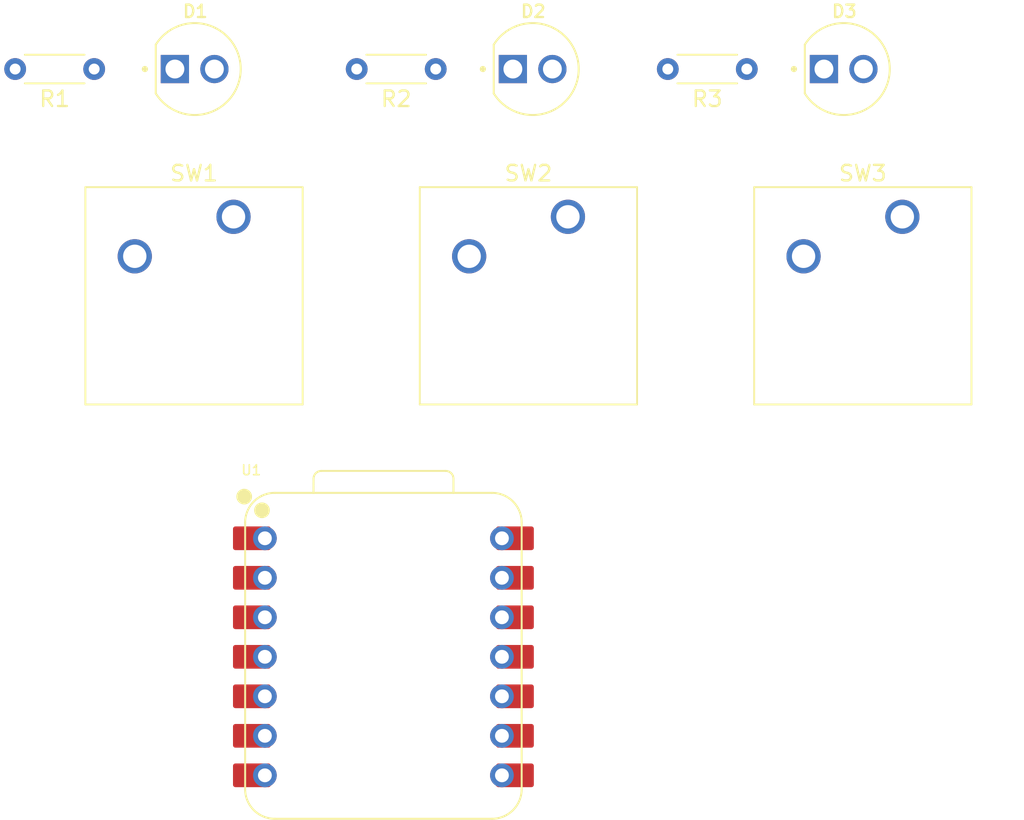
<source format=kicad_pcb>
(kicad_pcb (version 20241229) (generator "pcbnew") (generator_version "9.0")
  (layers (0 "F.Cu" signal) (2 "B.Cu" signal) (13 "F.Paste" user) (15 "B.Paste" user) (5 "F.SilkS" user "F.Silkscreen") (7 "B.SilkS" user "B.Silkscreen") (1 "F.Mask" user) (3 "B.Mask" user) (25 "Edge.Cuts" user))
  (net 0 "")
  (net 1 "Net-(D1-PadA)")
  (net 3 "Net-(D2-PadA)")
  (net 6 "Net-(D3-PadA)")
  (net 7 "LED1")
  (net 8 "LED2")
  (net 9 "LED3")
  (net 10 "button1")
  (net 11 "GND")
  (net 12 "button2")
  (net 13 "button3")
  (footprint "Button_Switch_Keyboard:SW_Cherry_MX_1.00u_PCB" (layer "F.Cu") (at 154.5 40.5)
    (property "Reference" "SW2" (at -2.54 -2.794 0) (layer "F.SilkS"))
    (property "Value" "SW_Push")
    (fp_line (start -9.525 -1.905) (end 4.445 -1.905) (stroke (width 0.12)) (layer "F.SilkS"))
    (fp_line (start -9.525 12.065) (end -9.525 -1.905) (stroke (width 0.12)) (layer "F.SilkS"))
    (fp_line (start 4.445 -1.905) (end 4.445 12.065) (stroke (width 0.12)) (layer "F.SilkS"))
    (fp_line (start 4.445 12.065) (end -9.525 12.065) (stroke (width 0.12)) (layer "F.SilkS"))
    (pad "" np_thru_hole circle (at -7.62 5.08) (size 1.7 1.7) (drill 1.7) (layers "*.Cu" "*.Mask"))
    (pad "" np_thru_hole circle (at -2.54 5.08) (size 4 4) (drill 4) (layers "*.Cu" "*.Mask"))
    (pad "" np_thru_hole circle (at 2.54 5.08) (size 1.7 1.7) (drill 1.7) (layers "*.Cu" "*.Mask"))
    (pad "1" thru_hole circle (at 0 0) (size 2.2 2.2) (drill 1.5) (layers "*.Cu" "*.Mask") (net 12 "button2"))
    (pad "2" thru_hole circle (at -6.35 2.54) (size 2.2 2.2) (drill 1.5) (layers "*.Cu" "*.Mask") (net 11 "GND"))
  )
  (footprint "Symbols:LEDRD254W57D500H1070" (layer "F.Cu") (at 130.5 31)
    (property "Reference" "D1" (at 0.04 -3.708 0) (layer "F.SilkS") (effects (font (size 0.8 0.8))))
    (property "Value" "L08R5000Q1")
    (fp_line (start -2.5 -1.566) (end -2.5 1.566) (stroke (width 0.127)) (layer "F.SilkS"))
    (fp_arc (start -2.5 -1.566) (mid 2.961291 0) (end -2.5 1.566) (stroke (width 0.127)) (layer "F.SilkS"))
    (fp_circle (center -3.2 0) (end -3.1 0) (stroke (width 0.2)) (fill no) (layer "F.SilkS"))
    (pad "A" thru_hole circle (at 1.27 0) (size 1.815 1.815) (drill 1.21) (layers "*.Cu" "*.Mask") (net 1 "Net-(D1-PadA)"))
    (pad "C" thru_hole rect (at -1.27 0) (size 1.815 1.815) (drill 1.21) (layers "*.Cu" "*.Mask"))
  )
  (footprint "Symbols:LEDRD254W57D500H1070" (layer "F.Cu") (at 172.23 31)
    (property "Reference" "D3" (at 0.04 -3.708 0) (layer "F.SilkS") (effects (font (size 0.8 0.8))))
    (property "Value" "L08R5000Q1")
    (fp_line (start -2.5 -1.566) (end -2.5 1.566) (stroke (width 0.127)) (layer "F.SilkS"))
    (fp_arc (start -2.5 -1.566) (mid 2.961291 0) (end -2.5 1.566) (stroke (width 0.127)) (layer "F.SilkS"))
    (fp_circle (center -3.2 0) (end -3.1 0) (stroke (width 0.2)) (fill no) (layer "F.SilkS"))
    (pad "A" thru_hole circle (at 1.27 0) (size 1.815 1.815) (drill 1.21) (layers "*.Cu" "*.Mask") (net 6 "Net-(D3-PadA)"))
    (pad "C" thru_hole rect (at -1.27 0) (size 1.815 1.815) (drill 1.21) (layers "*.Cu" "*.Mask"))
  )
  (footprint "Symbols:XIAO-RP2040-DIP" (layer "F.Cu") (at 142.636 68.7895)
    (property "Reference" "U1" (at -8.5 -12 0) (layer "F.SilkS") (effects (font (size 0.635 0.635) (thickness 0.1016))))
    (property "Value" "XIAO-RP2040-DIP")
    (fp_line (start -8.89 8.509) (end -8.89 -8.636) (stroke (width 0.127)) (layer "F.SilkS"))
    (fp_line (start -6.985 10.414) (end 6.985 10.414) (stroke (width 0.127)) (layer "F.SilkS"))
    (fp_line (start -4.495 -10.541) (end -4.491272 -11.451272) (stroke (width 0.127)) (layer "F.SilkS"))
    (fp_line (start -3.991272 -11.951) (end 4.004 -11.951) (stroke (width 0.127)) (layer "F.SilkS"))
    (fp_line (start 4.504 -11.451) (end 4.504 -10.541) (stroke (width 0.127)) (layer "F.SilkS"))
    (fp_line (start 6.985 -10.541) (end -6.985 -10.541) (stroke (width 0.1)) (layer "F.SilkS"))
    (fp_line (start 6.985 -10.541) (end -6.985 -10.541) (stroke (width 0.127)) (layer "F.SilkS"))
    (fp_line (start 8.89 8.509) (end 8.89 -8.636) (stroke (width 0.127)) (layer "F.SilkS"))
    (fp_arc (start -8.89 -8.636) (mid -8.332038 -9.983038) (end -6.985 -10.541) (stroke (width 0.127)) (layer "F.SilkS"))
    (fp_arc (start -6.985 10.414) (mid -8.332038 9.856038) (end -8.89 8.509) (stroke (width 0.127)) (layer "F.SilkS"))
    (fp_arc (start -4.491272 -11.451272) (mid -4.344728 -11.80464) (end -3.991272 -11.951) (stroke (width 0.127)) (layer "F.SilkS"))
    (fp_arc (start 4.004 -11.951) (mid 4.357553 -11.804553) (end 4.504 -11.451) (stroke (width 0.127)) (layer "F.SilkS"))
    (fp_arc (start 6.985 -10.541) (mid 8.332038 -9.983038) (end 8.89 -8.636) (stroke (width 0.127)) (layer "F.SilkS"))
    (fp_arc (start 8.89 8.509) (mid 8.332038 9.856038) (end 6.985 10.414) (stroke (width 0.127)) (layer "F.SilkS"))
    (fp_circle (center -8.95 -10.3) (end -8.95 -10.554) (stroke (width 0.5)) (fill yes) (layer "F.SilkS"))
    (fp_circle (center -7.807 -9.42) (end -7.807 -9.674) (stroke (width 0.5)) (fill yes) (layer "F.SilkS"))
    (pad "1" smd roundrect (at -8.455 -7.62 180) (size 2.432 1.524) (layers "F.Cu" "F.Mask") (roundrect_rratio 0.1) (net 10 "button1"))
    (pad "1" thru_hole circle (at -7.62 -7.62 180) (size 1.524 1.524) (drill 0.889) (layers "*.Cu" "*.Mask") (net 10 "button1"))
    (pad "2" smd roundrect (at -8.455 -5.08 180) (size 2.432 1.524) (layers "F.Cu" "F.Mask") (roundrect_rratio 0.1) (net 12 "button2"))
    (pad "2" thru_hole circle (at -7.62 -5.08 180) (size 1.524 1.524) (drill 0.889) (layers "*.Cu" "*.Mask") (net 12 "button2"))
    (pad "3" smd roundrect (at -8.455 -2.54 180) (size 2.432 1.524) (layers "F.Cu" "F.Mask") (roundrect_rratio 0.1) (net 13 "button3"))
    (pad "3" thru_hole circle (at -7.62 -2.54 180) (size 1.524 1.524) (drill 0.889) (layers "*.Cu" "*.Mask") (net 13 "button3"))
    (pad "4" smd roundrect (at -8.455 0 180) (size 2.432 1.524) (layers "F.Cu" "F.Mask") (roundrect_rratio 0.1) (net 7 "LED1"))
    (pad "4" thru_hole circle (at -7.62 0 180) (size 1.524 1.524) (drill 0.889) (layers "*.Cu" "*.Mask") (net 7 "LED1"))
    (pad "5" smd roundrect (at -8.455 2.54 180) (size 2.432 1.524) (layers "F.Cu" "F.Mask") (roundrect_rratio 0.1) (net 8 "LED2"))
    (pad "5" thru_hole circle (at -7.62 2.54 180) (size 1.524 1.524) (drill 0.889) (layers "*.Cu" "*.Mask") (net 8 "LED2"))
    (pad "6" smd roundrect (at -8.455 5.08 180) (size 2.432 1.524) (layers "F.Cu" "F.Mask") (roundrect_rratio 0.1) (net 9 "LED3"))
    (pad "6" thru_hole circle (at -7.62 5.08 180) (size 1.524 1.524) (drill 0.889) (layers "*.Cu" "*.Mask") (net 9 "LED3"))
    (pad "7" smd roundrect (at -8.455 7.62 180) (size 2.432 1.524) (layers "F.Cu" "F.Mask") (roundrect_rratio 0.1))
    (pad "7" thru_hole circle (at -7.62 7.62 180) (size 1.524 1.524) (drill 0.889) (layers "*.Cu" "*.Mask"))
    (pad "8" thru_hole circle (at 7.62 7.62) (size 1.524 1.524) (drill 0.889) (layers "*.Cu" "*.Mask"))
    (pad "8" smd roundrect (at 8.455 7.62) (size 2.432 1.524) (layers "F.Cu" "F.Mask") (roundrect_rratio 0.1))
    (pad "9" thru_hole circle (at 7.62 5.08) (size 1.524 1.524) (drill 0.889) (layers "*.Cu" "*.Mask"))
    (pad "9" smd roundrect (at 8.455 5.08) (size 2.432 1.524) (layers "F.Cu" "F.Mask") (roundrect_rratio 0.1))
    (pad "10" thru_hole circle (at 7.62 2.54) (size 1.524 1.524) (drill 0.889) (layers "*.Cu" "*.Mask"))
    (pad "10" smd roundrect (at 8.455 2.54) (size 2.432 1.524) (layers "F.Cu" "F.Mask") (roundrect_rratio 0.1))
    (pad "11" thru_hole circle (at 7.62 0) (size 1.524 1.524) (drill 0.889) (layers "*.Cu" "*.Mask"))
    (pad "11" smd roundrect (at 8.455 0) (size 2.432 1.524) (layers "F.Cu" "F.Mask") (roundrect_rratio 0.1))
    (pad "12" thru_hole circle (at 7.62 -2.54) (size 1.524 1.524) (drill 0.889) (layers "*.Cu" "*.Mask"))
    (pad "12" smd roundrect (at 8.455 -2.54) (size 2.432 1.524) (layers "F.Cu" "F.Mask") (roundrect_rratio 0.1))
    (pad "13" thru_hole circle (at 7.62 -5.08) (size 1.524 1.524) (drill 0.889) (layers "*.Cu" "*.Mask") (net 11 "GND"))
    (pad "13" smd roundrect (at 8.455 -5.08) (size 2.432 1.524) (layers "F.Cu" "F.Mask") (roundrect_rratio 0.1) (net 11 "GND"))
    (pad "14" thru_hole circle (at 7.62 -7.62) (size 1.524 1.524) (drill 0.889) (layers "*.Cu" "*.Mask"))
    (pad "14" smd roundrect (at 8.455 -7.62) (size 2.432 1.524) (layers "F.Cu" "F.Mask") (roundrect_rratio 0.1))
  )
  (footprint "Resistor_THT:R_Axial_DIN0204_L3.6mm_D1.6mm_P5.08mm_Horizontal" (layer "F.Cu") (at 166 31 180)
    (property "Reference" "R3" (at 2.54 -1.92 0) (layer "F.SilkS"))
    (property "Value" "R")
    (fp_line (start 0.62 0.92) (end 4.46 0.92) (stroke (width 0.12)) (layer "F.SilkS"))
    (fp_line (start 0.62 -0.92) (end 4.46 -0.92) (stroke (width 0.12)) (layer "F.SilkS"))
    (pad "1" thru_hole circle (at 0 0 180) (size 1.4 1.4) (drill 0.7) (layers "*.Cu" "*.Mask") (net 6 "Net-(D3-PadA)"))
    (pad "2" thru_hole circle (at 5.08 0 180) (size 1.4 1.4) (drill 0.7) (layers "*.Cu" "*.Mask") (net 9 "LED3"))
  )
  (footprint "Button_Switch_Keyboard:SW_Cherry_MX_1.00u_PCB" (layer "F.Cu") (at 133 40.5)
    (property "Reference" "SW1" (at -2.54 -2.794 0) (layer "F.SilkS"))
    (property "Value" "SW_Push")
    (fp_line (start -9.525 -1.905) (end 4.445 -1.905) (stroke (width 0.12)) (layer "F.SilkS"))
    (fp_line (start -9.525 12.065) (end -9.525 -1.905) (stroke (width 0.12)) (layer "F.SilkS"))
    (fp_line (start 4.445 -1.905) (end 4.445 12.065) (stroke (width 0.12)) (layer "F.SilkS"))
    (fp_line (start 4.445 12.065) (end -9.525 12.065) (stroke (width 0.12)) (layer "F.SilkS"))
    (pad "" np_thru_hole circle (at -7.62 5.08) (size 1.7 1.7) (drill 1.7) (layers "*.Cu" "*.Mask"))
    (pad "" np_thru_hole circle (at -2.54 5.08) (size 4 4) (drill 4) (layers "*.Cu" "*.Mask"))
    (pad "" np_thru_hole circle (at 2.54 5.08) (size 1.7 1.7) (drill 1.7) (layers "*.Cu" "*.Mask"))
    (pad "1" thru_hole circle (at 0 0) (size 2.2 2.2) (drill 1.5) (layers "*.Cu" "*.Mask") (net 10 "button1"))
    (pad "2" thru_hole circle (at -6.35 2.54) (size 2.2 2.2) (drill 1.5) (layers "*.Cu" "*.Mask") (net 11 "GND"))
  )
  (footprint "Button_Switch_Keyboard:SW_Cherry_MX_1.00u_PCB" (layer "F.Cu") (at 176 40.5)
    (property "Reference" "SW3" (at -2.54 -2.794 0) (layer "F.SilkS"))
    (property "Value" "SW_Push")
    (fp_line (start -9.525 -1.905) (end 4.445 -1.905) (stroke (width 0.12)) (layer "F.SilkS"))
    (fp_line (start -9.525 12.065) (end -9.525 -1.905) (stroke (width 0.12)) (layer "F.SilkS"))
    (fp_line (start 4.445 -1.905) (end 4.445 12.065) (stroke (width 0.12)) (layer "F.SilkS"))
    (fp_line (start 4.445 12.065) (end -9.525 12.065) (stroke (width 0.12)) (layer "F.SilkS"))
    (pad "" np_thru_hole circle (at -7.62 5.08) (size 1.7 1.7) (drill 1.7) (layers "*.Cu" "*.Mask"))
    (pad "" np_thru_hole circle (at -2.54 5.08) (size 4 4) (drill 4) (layers "*.Cu" "*.Mask"))
    (pad "" np_thru_hole circle (at 2.54 5.08) (size 1.7 1.7) (drill 1.7) (layers "*.Cu" "*.Mask"))
    (pad "1" thru_hole circle (at 0 0) (size 2.2 2.2) (drill 1.5) (layers "*.Cu" "*.Mask") (net 13 "button3"))
    (pad "2" thru_hole circle (at -6.35 2.54) (size 2.2 2.2) (drill 1.5) (layers "*.Cu" "*.Mask") (net 11 "GND"))
  )
  (footprint "Symbols:LEDRD254W57D500H1070" (layer "F.Cu") (at 152.23 31)
    (property "Reference" "D2" (at 0.04 -3.708 0) (layer "F.SilkS") (effects (font (size 0.8 0.8))))
    (property "Value" "L08R5000Q1")
    (fp_line (start -2.5 -1.566) (end -2.5 1.566) (stroke (width 0.127)) (layer "F.SilkS"))
    (fp_arc (start -2.5 -1.566) (mid 2.961291 0) (end -2.5 1.566) (stroke (width 0.127)) (layer "F.SilkS"))
    (fp_circle (center -3.2 0) (end -3.1 0) (stroke (width 0.2)) (fill no) (layer "F.SilkS"))
    (pad "A" thru_hole circle (at 1.27 0) (size 1.815 1.815) (drill 1.21) (layers "*.Cu" "*.Mask") (net 3 "Net-(D2-PadA)"))
    (pad "C" thru_hole rect (at -1.27 0) (size 1.815 1.815) (drill 1.21) (layers "*.Cu" "*.Mask"))
  )
  (footprint "Resistor_THT:R_Axial_DIN0204_L3.6mm_D1.6mm_P5.08mm_Horizontal" (layer "F.Cu") (at 124.04 31 180)
    (property "Reference" "R1" (at 2.54 -1.92 0) (layer "F.SilkS"))
    (property "Value" "R")
    (fp_line (start 0.62 0.92) (end 4.46 0.92) (stroke (width 0.12)) (layer "F.SilkS"))
    (fp_line (start 0.62 -0.92) (end 4.46 -0.92) (stroke (width 0.12)) (layer "F.SilkS"))
    (pad "1" thru_hole circle (at 0 0 180) (size 1.4 1.4) (drill 0.7) (layers "*.Cu" "*.Mask") (net 1 "Net-(D1-PadA)"))
    (pad "2" thru_hole circle (at 5.08 0 180) (size 1.4 1.4) (drill 0.7) (layers "*.Cu" "*.Mask") (net 7 "LED1"))
  )
  (footprint "Resistor_THT:R_Axial_DIN0204_L3.6mm_D1.6mm_P5.08mm_Horizontal" (layer "F.Cu") (at 146 31 180)
    (property "Reference" "R2" (at 2.54 -1.92 0) (layer "F.SilkS"))
    (property "Value" "R")
    (fp_line (start 0.62 0.92) (end 4.46 0.92) (stroke (width 0.12)) (layer "F.SilkS"))
    (fp_line (start 0.62 -0.92) (end 4.46 -0.92) (stroke (width 0.12)) (layer "F.SilkS"))
    (pad "1" thru_hole circle (at 0 0 180) (size 1.4 1.4) (drill 0.7) (layers "*.Cu" "*.Mask") (net 3 "Net-(D2-PadA)"))
    (pad "2" thru_hole circle (at 5.08 0 180) (size 1.4 1.4) (drill 0.7) (layers "*.Cu" "*.Mask") (net 8 "LED2"))
  )
)
</source>
